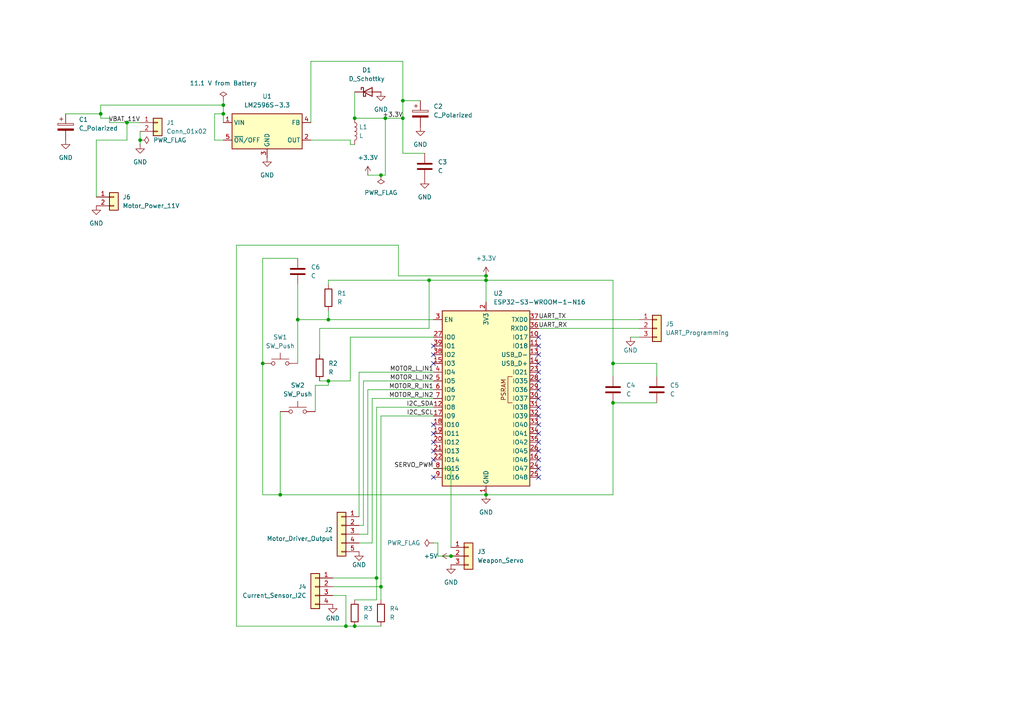
<source format=kicad_sch>
(kicad_sch (version 20250114) (generator "eeschema") (generator_version "9.0")
  (paper "A4")
  (lib_symbols
    (symbol "Connector_Generic:Conn_01x02" (pin_names (offset 1.016) (hide yes))
      (property "Reference" "J" (at 0 2.54 0))
      (property "Value" "Conn_01x02" (at 0 -5.08 0))
      (symbol "Conn_01x02_1_1"
        (rectangle (start -1.27 1.27) (end 1.27 -3.81) (stroke (width 0.254)) (fill (type background)))
        (rectangle (start -1.27 0.127) (end 0 -0.127) (stroke (width 0.1524)))
        (rectangle (start -1.27 -2.413) (end 0 -2.667) (stroke (width 0.1524)))
        (pin passive line (at -5.08 0 0) (length 3.81) (name "Pin_1") (number "1"))
        (pin passive line (at -5.08 -2.54 0) (length 3.81) (name "Pin_2") (number "2"))
      )
    )
    (symbol "Connector_Generic:Conn_01x03" (pin_names (offset 1.016) (hide yes))
      (property "Reference" "J" (at 0 5.08 0))
      (property "Value" "Conn_01x03" (at 0 -5.08 0))
      (symbol "Conn_01x03_1_1"
        (rectangle (start -1.27 3.81) (end 1.27 -3.81) (stroke (width 0.254)) (fill (type background)))
        (rectangle (start -1.27 2.667) (end 0 2.413) (stroke (width 0.1524)))
        (rectangle (start -1.27 0.127) (end 0 -0.127) (stroke (width 0.1524)))
        (rectangle (start -1.27 -2.413) (end 0 -2.667) (stroke (width 0.1524)))
        (pin passive line (at -5.08 2.54 0) (length 3.81) (name "Pin_1") (number "1"))
        (pin passive line (at -5.08 0 0) (length 3.81) (name "Pin_2") (number "2"))
        (pin passive line (at -5.08 -2.54 0) (length 3.81) (name "Pin_3") (number "3"))
      )
    )
    (symbol "Connector_Generic:Conn_01x04" (pin_names (offset 1.016) (hide yes))
      (property "Reference" "J" (at 0 5.08 0))
      (property "Value" "Conn_01x04" (at 0 -7.62 0))
      (symbol "Conn_01x04_1_1"
        (rectangle (start -1.27 3.81) (end 1.27 -6.35) (stroke (width 0.254)) (fill (type background)))
        (rectangle (start -1.27 2.667) (end 0 2.413) (stroke (width 0.1524)))
        (rectangle (start -1.27 0.127) (end 0 -0.127) (stroke (width 0.1524)))
        (rectangle (start -1.27 -2.413) (end 0 -2.667) (stroke (width 0.1524)))
        (rectangle (start -1.27 -4.953) (end 0 -5.207) (stroke (width 0.1524)))
        (pin passive line (at -5.08 2.54 0) (length 3.81) (name "Pin_1") (number "1"))
        (pin passive line (at -5.08 0 0) (length 3.81) (name "Pin_2") (number "2"))
        (pin passive line (at -5.08 -2.54 0) (length 3.81) (name "Pin_3") (number "3"))
        (pin passive line (at -5.08 -5.08 0) (length 3.81) (name "Pin_4") (number "4"))
      )
    )
    (symbol "Connector_Generic:Conn_01x05" (pin_names (offset 1.016) (hide yes))
      (property "Reference" "J" (at 0 7.62 0))
      (property "Value" "Conn_01x05" (at 0 -7.62 0))
      (symbol "Conn_01x05_1_1"
        (rectangle (start -1.27 6.35) (end 1.27 -6.35) (stroke (width 0.254)) (fill (type background)))
        (rectangle (start -1.27 5.207) (end 0 4.953) (stroke (width 0.1524)))
        (rectangle (start -1.27 2.667) (end 0 2.413) (stroke (width 0.1524)))
        (rectangle (start -1.27 0.127) (end 0 -0.127) (stroke (width 0.1524)))
        (rectangle (start -1.27 -2.413) (end 0 -2.667) (stroke (width 0.1524)))
        (rectangle (start -1.27 -4.953) (end 0 -5.207) (stroke (width 0.1524)))
        (pin passive line (at -5.08 5.08 0) (length 3.81) (name "Pin_1") (number "1"))
        (pin passive line (at -5.08 2.54 0) (length 3.81) (name "Pin_2") (number "2"))
        (pin passive line (at -5.08 0 0) (length 3.81) (name "Pin_3") (number "3"))
        (pin passive line (at -5.08 -2.54 0) (length 3.81) (name "Pin_4") (number "4"))
        (pin passive line (at -5.08 -5.08 0) (length 3.81) (name "Pin_5") (number "5"))
      )
    )
    (symbol "Device:C" (pin_numbers (hide yes)) (pin_names (offset 0.254))
      (property "Reference" "C" (at 0.635 2.54 0))
      (property "Value" "C" (at 0.635 -2.54 0))
      (symbol "C_0_1"
        (polyline (pts (xy -2.032 0.762) (xy 2.032 0.762)) (stroke (width 0.508)))
        (polyline (pts (xy -2.032 -0.762) (xy 2.032 -0.762)) (stroke (width 0.508)))
      )
      (symbol "C_1_1"
        (pin passive line (at 0 3.81 270) (length 2.794) (name "~") (number "1"))
        (pin passive line (at 0 -3.81 90) (length 2.794) (name "~") (number "2"))
      )
    )
    (symbol "Device:C_Polarized" (pin_numbers (hide yes)) (pin_names (offset 0.254))
      (property "Reference" "C" (at 0.635 2.54 0))
      (property "Value" "C_Polarized" (at 0.635 -2.54 0))
      (symbol "C_Polarized_0_1"
        (rectangle (start -2.286 0.508) (end 2.286 1.016))
        (polyline (pts (xy -1.778 2.286) (xy -0.762 2.286)))
        (polyline (pts (xy -1.27 2.794) (xy -1.27 1.778)))
        (rectangle (start 2.286 -0.508) (end -2.286 -1.016) (fill (type outline)))
      )
      (symbol "C_Polarized_1_1"
        (pin passive line (at 0 3.81 270) (length 2.794) (name "~") (number "1"))
        (pin passive line (at 0 -3.81 90) (length 2.794) (name "~") (number "2"))
      )
    )
    (symbol "Device:D_Schottky" (pin_numbers (hide yes)) (pin_names (offset 1.016) (hide yes))
      (property "Reference" "D" (at 0 2.54 0))
      (property "Value" "D_Schottky" (at 0 -2.54 0))
      (symbol "D_Schottky_0_1"
        (polyline (pts (xy -1.905 0.635) (xy -1.905 1.27) (xy -1.27 1.27) (xy -1.27 -1.27) (xy -0.635 -1.27) (xy -0.635 -0.635)) (stroke (width 0.254)))
        (polyline (pts (xy 1.27 1.27) (xy 1.27 -1.27) (xy -1.27 0) (xy 1.27 1.27)) (stroke (width 0.254)))
        (polyline (pts (xy 1.27 0) (xy -1.27 0)))
      )
      (symbol "D_Schottky_1_1"
        (pin passive line (at -3.81 0 0) (length 2.54) (name "K") (number "1"))
        (pin passive line (at 3.81 0 180) (length 2.54) (name "A") (number "2"))
      )
    )
    (symbol "Device:L" (pin_numbers (hide yes)) (pin_names (offset 1.016) (hide yes))
      (property "Reference" "L" (at -1.27 0 90))
      (property "Value" "L" (at 1.905 0 90))
      (symbol "L_0_1"
        (arc (start 0 2.54) (mid 0.6323 1.905) (end 0 1.27))
        (arc (start 0 1.27) (mid 0.6323 0.635) (end 0 0))
        (arc (start 0 0) (mid 0.6323 -0.635) (end 0 -1.27))
        (arc (start 0 -1.27) (mid 0.6323 -1.905) (end 0 -2.54))
      )
      (symbol "L_1_1"
        (pin passive line (at 0 3.81 270) (length 1.27) (name "1") (number "1"))
        (pin passive line (at 0 -3.81 90) (length 1.27) (name "2") (number "2"))
      )
    )
    (symbol "Device:R" (pin_numbers (hide yes)) (pin_names (offset 0))
      (property "Reference" "R" (at 2.032 0 90))
      (property "Value" "R" (at 0 0 90))
      (symbol "R_0_1"
        (rectangle (start -1.016 -2.54) (end 1.016 2.54) (stroke (width 0.254)))
      )
      (symbol "R_1_1"
        (pin passive line (at 0 3.81 270) (length 1.27) (name "~") (number "1"))
        (pin passive line (at 0 -3.81 90) (length 1.27) (name "~") (number "2"))
      )
    )
    (symbol "RF_Module:ESP32-S3-WROOM-1"
      (property "Reference" "U" (at -12.7 26.67 0))
      (property "Value" "ESP32-S3-WROOM-1" (at 12.7 26.67 0))
      (symbol "ESP32-S3-WROOM-1_0_0"
        (rectangle (start -12.7 25.4) (end 12.7 -25.4) (stroke (width 0.254)) (fill (type background)))
        (text "PSRAM" (at 5.08 2.54 900) (effects (font (size 1.27 1.27))))
      )
      (symbol "ESP32-S3-WROOM-1_0_1"
        (polyline (pts (xy 7.62 -1.27) (xy 6.35 -1.27) (xy 6.35 6.35) (xy 7.62 6.35)))
      )
      (symbol "ESP32-S3-WROOM-1_1_1"
        (pin input line (at -15.24 22.86 0) (length 2.54) (name "EN") (number "3"))
        (pin bidirectional line (at -15.24 17.78 0) (length 2.54) (name "IO0") (number "27"))
        (pin bidirectional line (at -15.24 15.24 0) (length 2.54) (name "IO1") (number "39"))
        (pin bidirectional line (at -15.24 12.7 0) (length 2.54) (name "IO2") (number "38"))
        (pin bidirectional line (at -15.24 10.16 0) (length 2.54) (name "IO3") (number "15"))
        (pin bidirectional line (at -15.24 7.62 0) (length 2.54) (name "IO4") (number "4"))
        (pin bidirectional line (at -15.24 5.08 0) (length 2.54) (name "IO5") (number "5"))
        (pin bidirectional line (at -15.24 2.54 0) (length 2.54) (name "IO6") (number "6"))
        (pin bidirectional line (at -15.24 0 0) (length 2.54) (name "IO7") (number "7"))
        (pin bidirectional line (at -15.24 -2.54 0) (length 2.54) (name "IO8") (number "12"))
        (pin bidirectional line (at -15.24 -5.08 0) (length 2.54) (name "IO9") (number "17"))
        (pin bidirectional line (at -15.24 -7.62 0) (length 2.54) (name "IO10") (number "18"))
        (pin bidirectional line (at -15.24 -10.16 0) (length 2.54) (name "IO11") (number "19"))
        (pin bidirectional line (at -15.24 -12.7 0) (length 2.54) (name "IO12") (number "20"))
        (pin bidirectional line (at -15.24 -15.24 0) (length 2.54) (name "IO13") (number "21"))
        (pin bidirectional line (at -15.24 -17.78 0) (length 2.54) (name "IO14") (number "22"))
        (pin bidirectional line (at -15.24 -20.32 0) (length 2.54) (name "IO15") (number "8"))
        (pin bidirectional line (at -15.24 -22.86 0) (length 2.54) (name "IO16") (number "9"))
        (pin power_in line (at 0 27.94 270) (length 2.54) (name "3V3") (number "2"))
        (pin power_in line (at 0 -27.94 90) (length 2.54) (name "GND") (number "1"))
        (pin passive line (at 0 -27.94 90) (length 2.54) (hide yes) (name "GND") (number "40"))
        (pin passive line (at 0 -27.94 90) (length 2.54) (hide yes) (name "GND") (number "41"))
        (pin bidirectional line (at 15.24 22.86 180) (length 2.54) (name "TXD0") (number "37"))
        (pin bidirectional line (at 15.24 20.32 180) (length 2.54) (name "RXD0") (number "36"))
        (pin bidirectional line (at 15.24 17.78 180) (length 2.54) (name "IO17") (number "10"))
        (pin bidirectional line (at 15.24 15.24 180) (length 2.54) (name "IO18") (number "11"))
        (pin bidirectional line (at 15.24 12.7 180) (length 2.54) (name "USB_D-") (number "13"))
        (pin bidirectional line (at 15.24 10.16 180) (length 2.54) (name "USB_D+") (number "14"))
        (pin bidirectional line (at 15.24 7.62 180) (length 2.54) (name "IO21") (number "23"))
        (pin bidirectional line (at 15.24 5.08 180) (length 2.54) (name "IO35") (number "28"))
        (pin bidirectional line (at 15.24 2.54 180) (length 2.54) (name "IO36") (number "29"))
        (pin bidirectional line (at 15.24 0 180) (length 2.54) (name "IO37") (number "30"))
        (pin bidirectional line (at 15.24 -2.54 180) (length 2.54) (name "IO38") (number "31"))
        (pin bidirectional line (at 15.24 -5.08 180) (length 2.54) (name "IO39") (number "32"))
        (pin bidirectional line (at 15.24 -7.62 180) (length 2.54) (name "IO40") (number "33"))
        (pin bidirectional line (at 15.24 -10.16 180) (length 2.54) (name "IO41") (number "34"))
        (pin bidirectional line (at 15.24 -12.7 180) (length 2.54) (name "IO42") (number "35"))
        (pin bidirectional line (at 15.24 -15.24 180) (length 2.54) (name "IO45") (number "26"))
        (pin bidirectional line (at 15.24 -17.78 180) (length 2.54) (name "IO46") (number "16"))
        (pin bidirectional line (at 15.24 -20.32 180) (length 2.54) (name "IO47") (number "24"))
        (pin bidirectional line (at 15.24 -22.86 180) (length 2.54) (name "IO48") (number "25"))
      )
    )
    (symbol "Regulator_Switching:LM2596S-3.3"
      (property "Reference" "U" (at -10.16 6.35 0))
      (property "Value" "LM2596S-3.3" (at 0 6.35 0))
      (symbol "LM2596S-3.3_0_1"
        (rectangle (start -10.16 5.08) (end 10.16 -5.08) (stroke (width 0.254)) (fill (type background)))
      )
      (symbol "LM2596S-3.3_1_1"
        (pin power_in line (at -12.7 2.54 0) (length 2.54) (name "VIN") (number "1"))
        (pin input line (at -12.7 -2.54 0) (length 2.54) (name "~{ON}/OFF") (number "5"))
        (pin power_in line (at 0 -7.62 90) (length 2.54) (name "GND") (number "3"))
        (pin input line (at 12.7 2.54 180) (length 2.54) (name "FB") (number "4"))
        (pin output line (at 12.7 -2.54 180) (length 2.54) (name "OUT") (number "2"))
      )
    )
    (symbol "Switch:SW_Push" (pin_numbers (hide yes)) (pin_names (offset 1.016) (hide yes))
      (property "Reference" "SW" (at 1.27 2.54 0))
      (property "Value" "SW_Push" (at 0 -1.524 0))
      (symbol "SW_Push_0_1"
        (circle (center -2.032 0) (radius 0.508))
        (polyline (pts (xy 0 1.27) (xy 0 3.048)))
        (circle (center 2.032 0) (radius 0.508))
        (polyline (pts (xy 2.54 1.27) (xy -2.54 1.27)))
        (pin passive line (at -5.08 0 0) (length 2.54) (name "1") (number "1"))
        (pin passive line (at 5.08 0 180) (length 2.54) (name "2") (number "2"))
      )
    )
    (symbol "power:+3.3V" (power) (pin_numbers (hide yes)) (pin_names (offset 0) (hide yes))
      (property "Value" "+3.3V" (at 0 3.556 0))
      (symbol "+3.3V_0_1"
        (polyline (pts (xy -0.762 1.27) (xy 0 2.54)))
        (polyline (pts (xy 0 2.54) (xy 0.762 1.27)))
        (polyline (pts (xy 0 0) (xy 0 2.54)))
      )
      (symbol "+3.3V_1_1"
        (pin power_in line (at 0 0 90) (length 0) (name "~") (number "1"))
      )
    )
    (symbol "power:+5V" (power) (pin_numbers (hide yes)) (pin_names (offset 0) (hide yes))
      (property "Value" "+5V" (at 0 3.556 0))
      (symbol "+5V_0_1"
        (polyline (pts (xy -0.762 1.27) (xy 0 2.54)))
        (polyline (pts (xy 0 2.54) (xy 0.762 1.27)))
        (polyline (pts (xy 0 0) (xy 0 2.54)))
      )
      (symbol "+5V_1_1"
        (pin power_in line (at 0 0 90) (length 0) (name "~") (number "1"))
      )
    )
    (symbol "power:GND" (power) (pin_numbers (hide yes)) (pin_names (offset 0) (hide yes))
      (property "Value" "GND" (at 0 -3.81 0))
      (symbol "GND_0_1"
        (polyline (pts (xy 0 0) (xy 0 -1.27) (xy 1.27 -1.27) (xy 0 -2.54) (xy -1.27 -1.27) (xy 0 -1.27)))
      )
      (symbol "GND_1_1"
        (pin power_in line (at 0 0 270) (length 0) (name "~") (number "1"))
      )
    )
    (symbol "power:PWR_FLAG" (power) (pin_numbers (hide yes)) (pin_names (offset 0) (hide yes))
      (property "Value" "PWR_FLAG" (at 0 3.81 0))
      (symbol "PWR_FLAG_0_0"
        (pin power_out line (at 0 0 90) (length 0) (name "~") (number "1"))
      )
      (symbol "PWR_FLAG_0_1"
        (polyline (pts (xy 0 0) (xy 0 1.27) (xy -1.016 1.905) (xy 0 2.54) (xy 1.016 1.905) (xy 0 1.27)))
      )
    )
  )
  (junction (at 177.8 116.84))
  (junction (at 177.8 105.41))
  (junction (at 116.84 29.21))
  (junction (at 140.97 80.01))
  (junction (at 64.77 33.02))
  (junction (at 81.28 143.51))
  (junction (at 86.36 92.71))
  (junction (at 130.81 161.29))
  (junction (at 76.2 105.41))
  (junction (at 102.87 181.61))
  (junction (at 110.49 50.8))
  (junction (at 102.87 34.29))
  (junction (at 111.76 34.29))
  (junction (at 109.22 167.64))
  (junction (at 40.64 40.64))
  (junction (at 140.97 143.51))
  (junction (at 64.77 30.48))
  (junction (at 36.83 35.56))
  (junction (at 29.21 33.02))
  (junction (at 124.46 81.28))
  (junction (at 100.33 181.61))
  (junction (at 110.49 170.18))
  (junction (at 140.97 81.28))
  (junction (at 95.25 92.71))
  (junction (at 116.84 34.29))
  (junction (at 95.25 110.49))
  (no_connect (at 156.21 105.41))
  (no_connect (at 156.21 120.65))
  (no_connect (at 156.21 110.49))
  (no_connect (at 125.73 125.73))
  (no_connect (at 156.21 102.87))
  (no_connect (at 125.73 128.27))
  (no_connect (at 125.73 138.43))
  (no_connect (at 125.73 102.87))
  (no_connect (at 125.73 100.33))
  (no_connect (at 156.21 97.79))
  (no_connect (at 156.21 107.95))
  (no_connect (at 156.21 130.81))
  (no_connect (at 156.21 100.33))
  (no_connect (at 156.21 133.35))
  (no_connect (at 125.73 105.41))
  (no_connect (at 156.21 128.27))
  (no_connect (at 156.21 135.89))
  (no_connect (at 156.21 125.73))
  (no_connect (at 125.73 130.81))
  (no_connect (at 156.21 138.43))
  (no_connect (at 125.73 123.19))
  (no_connect (at 156.21 113.03))
  (no_connect (at 156.21 123.19))
  (no_connect (at 125.73 133.35))
  (no_connect (at 156.21 115.57))
  (no_connect (at 156.21 118.11))
  (wire (pts (xy 106.68 113.03) (xy 125.73 113.03)))
  (wire (pts (xy 125.73 92.71) (xy 95.25 92.71)))
  (wire (pts (xy 29.21 33.02) (xy 29.21 30.48)))
  (wire (pts (xy 125.73 118.11) (xy 109.22 118.11)))
  (wire (pts (xy 64.77 33.02) (xy 64.77 35.56)))
  (wire (pts (xy 19.05 33.02) (xy 29.21 33.02)))
  (wire (pts (xy 95.25 92.71) (xy 86.36 92.71)))
  (wire (pts (xy 76.2 143.51) (xy 81.28 143.51)))
  (wire (pts (xy 76.2 74.93) (xy 76.2 105.41)))
  (wire (pts (xy 29.21 30.48) (xy 64.77 30.48)))
  (wire (pts (xy 92.71 110.49) (xy 95.25 110.49)))
  (wire (pts (xy 62.23 40.64) (xy 64.77 40.64)))
  (wire (pts (xy 105.41 152.4) (xy 105.41 110.49)))
  (wire (pts (xy 105.41 110.49) (xy 125.73 110.49)))
  (wire (pts (xy 96.52 170.18) (xy 110.49 170.18)))
  (wire (pts (xy 115.57 80.01) (xy 115.57 71.12)))
  (wire (pts (xy 177.8 105.41) (xy 190.5 105.41)))
  (wire (pts (xy 156.21 95.25) (xy 185.42 95.25)))
  (wire (pts (xy 68.58 71.12) (xy 68.58 181.61)))
  (wire (pts (xy 101.6 97.79) (xy 125.73 97.79)))
  (wire (pts (xy 91.44 111.76) (xy 95.25 111.76)))
  (wire (pts (xy 101.6 40.64) (xy 101.6 41.91)))
  (wire (pts (xy 106.68 154.94) (xy 106.68 113.03)))
  (wire (pts (xy 124.46 81.28) (xy 124.46 95.25)))
  (wire (pts (xy 95.25 111.76) (xy 95.25 110.49)))
  (wire (pts (xy 177.8 105.41) (xy 177.8 109.22)))
  (wire (pts (xy 76.2 105.41) (xy 76.2 143.51)))
  (wire (pts (xy 127 161.29) (xy 130.81 161.29)))
  (wire (pts (xy 102.87 26.67) (xy 102.87 34.29)))
  (wire (pts (xy 104.14 149.86) (xy 104.14 107.95)))
  (wire (pts (xy 140.97 81.28) (xy 140.97 87.63)))
  (wire (pts (xy 27.94 40.64) (xy 36.83 40.64)))
  (wire (pts (xy 116.84 29.21) (xy 116.84 34.29)))
  (wire (pts (xy 125.73 120.65) (xy 110.49 120.65)))
  (wire (pts (xy 100.33 172.72) (xy 100.33 181.61)))
  (wire (pts (xy 110.49 50.8) (xy 111.76 50.8)))
  (wire (pts (xy 106.68 50.8) (xy 110.49 50.8)))
  (wire (pts (xy 104.14 154.94) (xy 106.68 154.94)))
  (wire (pts (xy 86.36 92.71) (xy 86.36 105.41)))
  (wire (pts (xy 104.14 157.48) (xy 107.95 157.48)))
  (wire (pts (xy 107.95 157.48) (xy 107.95 115.57)))
  (wire (pts (xy 177.8 143.51) (xy 140.97 143.51)))
  (wire (pts (xy 86.36 74.93) (xy 76.2 74.93)))
  (wire (pts (xy 92.71 95.25) (xy 124.46 95.25)))
  (wire (pts (xy 40.64 41.91) (xy 40.64 40.64)))
  (wire (pts (xy 96.52 172.72) (xy 100.33 172.72)))
  (wire (pts (xy 190.5 105.41) (xy 190.5 109.22)))
  (wire (pts (xy 100.33 181.61) (xy 102.87 181.61)))
  (wire (pts (xy 62.23 33.02) (xy 62.23 40.64)))
  (wire (pts (xy 95.25 82.55) (xy 95.25 81.28)))
  (wire (pts (xy 95.25 81.28) (xy 124.46 81.28)))
  (wire (pts (xy 177.8 81.28) (xy 177.8 105.41)))
  (wire (pts (xy 29.21 34.29) (xy 31.75 34.29)))
  (wire (pts (xy 127 157.48) (xy 127 161.29)))
  (wire (pts (xy 64.77 30.48) (xy 64.77 33.02)))
  (wire (pts (xy 115.57 71.12) (xy 68.58 71.12)))
  (wire (pts (xy 81.28 119.38) (xy 81.28 143.51)))
  (wire (pts (xy 101.6 110.49) (xy 101.6 97.79)))
  (wire (pts (xy 182.88 97.79) (xy 185.42 97.79)))
  (wire (pts (xy 90.17 35.56) (xy 90.17 17.78)))
  (wire (pts (xy 90.17 17.78) (xy 116.84 17.78)))
  (wire (pts (xy 140.97 81.28) (xy 140.97 80.01)))
  (wire (pts (xy 101.6 41.91) (xy 102.87 41.91)))
  (wire (pts (xy 111.76 34.29) (xy 116.84 34.29)))
  (wire (pts (xy 111.76 50.8) (xy 111.76 34.29)))
  (wire (pts (xy 27.94 57.15) (xy 27.94 40.64)))
  (wire (pts (xy 140.97 81.28) (xy 177.8 81.28)))
  (wire (pts (xy 109.22 173.99) (xy 102.87 173.99)))
  (wire (pts (xy 95.25 110.49) (xy 101.6 110.49)))
  (wire (pts (xy 156.21 92.71) (xy 185.42 92.71)))
  (wire (pts (xy 116.84 44.45) (xy 123.19 44.45)))
  (wire (pts (xy 86.36 82.55) (xy 86.36 92.71)))
  (wire (pts (xy 177.8 116.84) (xy 190.5 116.84)))
  (wire (pts (xy 110.49 120.65) (xy 110.49 170.18)))
  (wire (pts (xy 102.87 181.61) (xy 110.49 181.61)))
  (wire (pts (xy 107.95 115.57) (xy 125.73 115.57)))
  (wire (pts (xy 109.22 118.11) (xy 109.22 167.64)))
  (wire (pts (xy 116.84 34.29) (xy 116.84 44.45)))
  (wire (pts (xy 102.87 34.29) (xy 111.76 34.29)))
  (wire (pts (xy 110.49 170.18) (xy 110.49 173.99)))
  (wire (pts (xy 29.21 34.29) (xy 29.21 33.02)))
  (wire (pts (xy 104.14 107.95) (xy 125.73 107.95)))
  (wire (pts (xy 125.73 157.48) (xy 127 157.48)))
  (wire (pts (xy 81.28 143.51) (xy 140.97 143.51)))
  (wire (pts (xy 40.64 40.64) (xy 40.64 38.1)))
  (wire (pts (xy 140.97 80.01) (xy 115.57 80.01)))
  (wire (pts (xy 36.83 40.64) (xy 36.83 35.56)))
  (wire (pts (xy 177.8 116.84) (xy 177.8 143.51)))
  (wire (pts (xy 104.14 152.4) (xy 105.41 152.4)))
  (wire (pts (xy 116.84 29.21) (xy 121.92 29.21)))
  (wire (pts (xy 92.71 102.87) (xy 92.71 95.25)))
  (wire (pts (xy 124.46 81.28) (xy 140.97 81.28)))
  (wire (pts (xy 130.81 135.89) (xy 125.73 135.89)))
  (wire (pts (xy 91.44 119.38) (xy 91.44 111.76)))
  (wire (pts (xy 96.52 167.64) (xy 109.22 167.64)))
  (wire (pts (xy 95.25 90.17) (xy 95.25 92.71)))
  (wire (pts (xy 64.77 33.02) (xy 62.23 33.02)))
  (wire (pts (xy 31.75 35.56) (xy 36.83 35.56)))
  (wire (pts (xy 68.58 181.61) (xy 100.33 181.61)))
  (wire (pts (xy 36.83 35.56) (xy 40.64 35.56)))
  (wire (pts (xy 31.75 34.29) (xy 31.75 35.56)))
  (wire (pts (xy 130.81 135.89) (xy 130.81 158.75)))
  (wire (pts (xy 64.77 29.21) (xy 64.77 30.48)))
  (wire (pts (xy 116.84 17.78) (xy 116.84 29.21)))
  (wire (pts (xy 109.22 167.64) (xy 109.22 173.99)))
  (wire (pts (xy 90.17 40.64) (xy 101.6 40.64)))
  (label "UART_TX" (at 156.21 92.71 0))
  (label "MOTOR_R_IN2" (at 125.73 115.57 180))
  (label "SERVO_PWM" (at 125.73 135.89 180))
  (label "VBAT_11V" (at 40.64 35.56 180))
  (label "MOTOR_L_IN1" (at 125.73 107.95 180))
  (label "MOTOR_R_IN1" (at 125.73 113.03 180))
  (label "MOTOR_L_IN2" (at 125.73 110.49 180))
  (label "UART_RX" (at 156.21 95.25 0))
  (label "I2C_SDA" (at 125.73 118.11 180))
  (label "+3.3V" (at 116.84 34.29 180))
  (label "I2C_SCL" (at 125.73 120.65 180))
  (symbol (lib_id "Device:C") (at 190.5 113.03 0) (unit 1)
    (property "Reference" "C5" (at 194.31 111.7599 0) (effects (justify left)))
    (property "Value" "C" (at 194.31 114.2999 0) (effects (justify left)))
    (property "Description" "Unpolarized capacitor" (effects (hide yes)))
  )
  (symbol (lib_id "power:GND") (at 104.14 160.02 0) (mirror y) (unit 1)
    (property "Reference" "#PWR09" (effects (hide yes)))
    (property "Value" "GND" (at 104.14 163.83 0))
    (property "Description" "Power symbol creates a global label with name \"GND\" , ground" (effects (hide yes)))
  )
  (symbol (lib_id "Device:R") (at 95.25 86.36 0) (unit 1)
    (property "Reference" "R1" (at 97.79 85.0899 0) (effects (justify left)))
    (property "Value" "R" (at 97.79 87.6299 0) (effects (justify left)))
    (property "Description" "Resistor" (effects (hide yes)))
  )
  (symbol (lib_id "power:GND") (at 121.92 36.83 0) (unit 1)
    (property "Reference" "#PWR04" (effects (hide yes)))
    (property "Value" "GND" (at 121.92 41.91 0))
    (property "Description" "Power symbol creates a global label with name \"GND\" , ground" (effects (hide yes)))
  )
  (symbol (lib_id "Switch:SW_Push") (at 81.28 105.41 0) (unit 1)
    (property "Reference" "SW1" (at 81.28 97.79 0))
    (property "Value" "SW_Push" (at 81.28 100.33 0))
    (property "Description" "Push button switch, generic, two pins" (effects (hide yes)))
  )
  (symbol (lib_id "power:GND") (at 182.88 97.79 0) (unit 1)
    (property "Reference" "#PWR013" (effects (hide yes)))
    (property "Value" "GND" (at 182.88 101.6 0))
    (property "Description" "Power symbol creates a global label with name \"GND\" , ground" (effects (hide yes)))
  )
  (symbol (lib_id "power:GND") (at 19.05 40.64 0) (unit 1)
    (property "Reference" "#PWR03" (effects (hide yes)))
    (property "Value" "GND" (at 19.05 45.72 0))
    (property "Description" "Power symbol creates a global label with name \"GND\" , ground" (effects (hide yes)))
  )
  (symbol (lib_id "RF_Module:ESP32-S3-WROOM-1") (at 140.97 115.57 0) (unit 1)
    (property "Reference" "U2" (at 143.1133 85.09 0) (effects (justify left)))
    (property "Value" "ESP32-S3-WROOM-1-N16" (at 143.1133 87.63 0) (effects (justify left)))
    (property "Footprint" "RF_Module:ESP32-S3-WROOM-1" (effects (hide yes)))
    (property "Datasheet" "https://www.espressif.com/sites/default/files/documentation/esp32-s3-wroom-1_wroom-1u_datasheet_en.pdf" (effects (hide yes)))
    (property "Description" "RF Module, ESP32-S3 SoC, Wi-Fi 802.11b/g/n, Bluetooth, BLE, 32-bit, 3.3V, onboard antenna, SMD" (effects (hide yes)))
  )
  (symbol (lib_id "power:PWR_FLAG") (at 110.49 50.8 0) (mirror x) (unit 1)
    (property "Reference" "#FLG02" (effects (hide yes)))
    (property "Value" "PWR_FLAG" (at 110.49 55.88 0))
    (property "Description" "Special symbol for telling ERC where power comes from" (effects (hide yes)))
  )
  (symbol (lib_id "Connector_Generic:Conn_01x03") (at 190.5 95.25 0) (unit 1)
    (property "Reference" "J5" (at 193.04 93.9799 0) (effects (justify left)))
    (property "Value" "UART_Programming" (at 193.04 96.5199 0) (effects (justify left)))
    (property "Description" "Generic connector, single row, 01x03, script generated (kicad-library-utils/schlib/autogen/connector/)" (effects (hide yes)))
  )
  (symbol (lib_id "power:GND") (at 27.94 59.69 0) (unit 1)
    (property "Reference" "#PWR014" (effects (hide yes)))
    (property "Value" "GND" (at 27.94 64.77 0))
    (property "Description" "Power symbol creates a global label with name \"GND\" , ground" (effects (hide yes)))
  )
  (symbol (lib_id "Device:R") (at 102.87 177.8 0) (unit 1)
    (property "Reference" "R3" (at 105.41 176.5299 0) (effects (justify left)))
    (property "Value" "R" (at 105.41 179.0699 0) (effects (justify left)))
    (property "Description" "Resistor" (effects (hide yes)))
  )
  (symbol (lib_id "Connector_Generic:Conn_01x02") (at 45.72 35.56 0) (unit 1)
    (property "Reference" "J1" (at 48.26 35.5599 0) (effects (justify left)))
    (property "Value" "Conn_01x02" (at 48.26 38.0999 0) (effects (justify left)))
    (property "Description" "Generic connector, single row, 01x02, script generated (kicad-library-utils/schlib/autogen/connector/)" (effects (hide yes)))
  )
  (symbol (lib_id "Connector_Generic:Conn_01x05") (at 99.06 154.94 0) (mirror y) (unit 1)
    (property "Reference" "J2" (at 96.52 153.6699 0) (effects (justify left)))
    (property "Value" "Motor_Driver_Output" (at 96.52 156.2099 0) (effects (justify left)))
    (property "Description" "Generic connector, single row, 01x05, script generated (kicad-library-utils/schlib/autogen/connector/)" (effects (hide yes)))
  )
  (symbol (lib_id "power:GND") (at 40.64 41.91 0) (unit 1)
    (property "Reference" "#PWR01" (effects (hide yes)))
    (property "Value" "GND" (at 40.64 46.99 0))
    (property "Description" "Power symbol creates a global label with name \"GND\" , ground" (effects (hide yes)))
  )
  (symbol (lib_id "Device:L") (at 102.87 38.1 0) (unit 1)
    (property "Reference" "L1" (at 104.14 36.8299 0) (effects (justify left)))
    (property "Value" "L" (at 104.14 39.3699 0) (effects (justify left)))
    (property "Description" "Inductor" (effects (hide yes)))
  )
  (symbol (lib_id "Device:C") (at 86.36 78.74 0) (unit 1)
    (property "Reference" "C6" (at 90.17 77.4699 0) (effects (justify left)))
    (property "Value" "C" (at 90.17 80.0099 0) (effects (justify left)))
    (property "Description" "Unpolarized capacitor" (effects (hide yes)))
  )
  (symbol (lib_id "power:GND") (at 123.19 52.07 0) (unit 1)
    (property "Reference" "#PWR05" (effects (hide yes)))
    (property "Value" "GND" (at 123.19 57.15 0))
    (property "Description" "Power symbol creates a global label with name \"GND\" , ground" (effects (hide yes)))
  )
  (symbol (lib_id "power:GND") (at 140.97 143.51 0) (unit 1)
    (property "Reference" "#PWR015" (effects (hide yes)))
    (property "Value" "GND" (at 140.97 148.59 0))
    (property "Description" "Power symbol creates a global label with name \"GND\" , ground" (effects (hide yes)))
  )
  (symbol (lib_id "power:GND") (at 96.52 175.26 0) (unit 1)
    (property "Reference" "#PWR012" (effects (hide yes)))
    (property "Value" "GND" (at 96.52 179.324 0))
    (property "Description" "Power symbol creates a global label with name \"GND\" , ground" (effects (hide yes)))
  )
  (symbol (lib_id "power:GND") (at 77.47 45.72 0) (unit 1)
    (property "Reference" "#PWR06" (effects (hide yes)))
    (property "Value" "GND" (at 77.47 50.8 0))
    (property "Description" "Power symbol creates a global label with name \"GND\" , ground" (effects (hide yes)))
  )
  (symbol (lib_id "Device:C_Polarized") (at 19.05 36.83 0) (unit 1)
    (property "Reference" "C1" (at 22.86 34.6709 0) (effects (justify left)))
    (property "Value" "C_Polarized" (at 22.86 37.2109 0) (effects (justify left)))
    (property "Description" "Polarized capacitor" (effects (hide yes)))
  )
  (symbol (lib_id "power:GND") (at 110.49 26.67 0) (unit 1)
    (property "Reference" "#PWR02" (effects (hide yes)))
    (property "Value" "GND" (at 110.49 31.75 0))
    (property "Description" "Power symbol creates a global label with name \"GND\" , ground" (effects (hide yes)))
  )
  (symbol (lib_id "Device:D_Schottky") (at 106.68 26.67 0) (unit 1)
    (property "Reference" "D1" (at 106.3625 20.32 0))
    (property "Value" "D_Schottky" (at 106.3625 22.86 0))
    (property "Description" "Schottky diode" (effects (hide yes)))
  )
  (symbol (lib_id "Device:C_Polarized") (at 121.92 33.02 0) (unit 1)
    (property "Reference" "C2" (at 125.73 30.8609 0) (effects (justify left)))
    (property "Value" "C_Polarized" (at 125.73 33.4009 0) (effects (justify left)))
    (property "Description" "Polarized capacitor" (effects (hide yes)))
  )
  (symbol (lib_id "Connector_Generic:Conn_01x04") (at 91.44 170.18 0) (mirror y) (unit 1)
    (property "Reference" "J4" (at 88.9 170.1799 0) (effects (justify left)))
    (property "Value" "Current_Sensor_I2C" (at 88.9 172.7199 0) (effects (justify left)))
    (property "Description" "Generic connector, single row, 01x04, script generated (kicad-library-utils/schlib/autogen/connector/)" (effects (hide yes)))
  )
  (symbol (lib_id "Device:R") (at 110.49 177.8 0) (unit 1)
    (property "Reference" "R4" (at 113.03 176.5299 0) (effects (justify left)))
    (property "Value" "R" (at 113.03 179.0699 0) (effects (justify left)))
    (property "Description" "Resistor" (effects (hide yes)))
  )
  (symbol (lib_id "Connector_Generic:Conn_01x03") (at 135.89 161.29 0) (unit 1)
    (property "Reference" "J3" (at 138.43 160.0199 0) (effects (justify left)))
    (property "Value" "Weapon_Servo" (at 138.43 162.5599 0) (effects (justify left)))
    (property "Description" "Generic connector, single row, 01x03, script generated (kicad-library-utils/schlib/autogen/connector/)" (effects (hide yes)))
  )
  (symbol (lib_id "Device:R") (at 92.71 106.68 0) (unit 1)
    (property "Reference" "R2" (at 95.25 105.4099 0) (effects (justify left)))
    (property "Value" "R" (at 95.25 107.9499 0) (effects (justify left)))
    (property "Description" "Resistor" (effects (hide yes)))
  )
  (symbol (lib_id "Switch:SW_Push") (at 86.36 119.38 0) (unit 1)
    (property "Reference" "SW2" (at 86.36 111.76 0))
    (property "Value" "SW_Push" (at 86.36 114.3 0))
    (property "Description" "Push button switch, generic, two pins" (effects (hide yes)))
  )
  (symbol (lib_id "power:PWR_FLAG") (at 125.73 157.48 90) (unit 1)
    (property "Reference" "#FLG01" (effects (hide yes)))
    (property "Value" "PWR_FLAG" (at 121.92 157.4799 90) (effects (justify left)))
    (property "Description" "Special symbol for telling ERC where power comes from" (effects (hide yes)))
  )
  (symbol (lib_id "power:GND") (at 130.81 163.83 0) (unit 1)
    (property "Reference" "#PWR011" (effects (hide yes)))
    (property "Value" "GND" (at 130.81 168.91 0))
    (property "Description" "Power symbol creates a global label with name \"GND\" , ground" (effects (hide yes)))
  )
  (symbol (lib_id "Connector_Generic:Conn_01x02") (at 33.02 57.15 0) (unit 1)
    (property "Reference" "J6" (at 35.56 57.1499 0) (effects (justify left)))
    (property "Value" "Motor_Power_11V" (at 35.56 59.6899 0) (effects (justify left)))
    (property "Description" "Generic connector, single row, 01x02, script generated (kicad-library-utils/schlib/autogen/connector/)" (effects (hide yes)))
  )
  (symbol (lib_id "Regulator_Switching:LM2596S-3.3") (at 77.47 38.1 0) (unit 1)
    (property "Reference" "U1" (at 77.47 27.94 0))
    (property "Value" "LM2596S-3.3" (at 77.47 30.48 0))
    (property "Footprint" "Package_TO_SOT_SMD:TO-263-5_TabPin3" (effects (hide yes)))
    (property "Datasheet" "http://www.ti.com/lit/ds/symlink/lm2596.pdf" (effects (hide yes)))
    (property "Description" "3.3V 3A Step-Down Voltage Regulator, TO-263" (effects (hide yes)))
  )
  (symbol (lib_id "Device:C") (at 177.8 113.03 0) (unit 1)
    (property "Reference" "C4" (at 181.61 111.7599 0) (effects (justify left)))
    (property "Value" "C" (at 181.61 114.2999 0) (effects (justify left)))
    (property "Description" "Unpolarized capacitor" (effects (hide yes)))
  )
  (symbol (lib_id "power:+3.3V") (at 140.97 80.01 0) (unit 1)
    (property "Reference" "#PWR08" (effects (hide yes)))
    (property "Value" "+3.3V" (at 140.97 74.93 0))
    (property "Description" "Power symbol creates a global label with name \"+3.3V\"" (effects (hide yes)))
  )
  (symbol (lib_id "power:+3.3V") (at 106.68 50.8 0) (unit 1)
    (property "Reference" "#PWR07" (effects (hide yes)))
    (property "Value" "+3.3V" (at 106.68 45.72 0))
    (property "Description" "Power symbol creates a global label with name \"+3.3V\"" (effects (hide yes)))
  )
  (symbol (lib_id "power:+5V") (at 130.81 161.29 90) (unit 1)
    (property "Reference" "#PWR010" (effects (hide yes)))
    (property "Value" "+5V" (at 127 161.2899 90) (effects (justify left)))
    (property "Description" "Power symbol creates a global label with name \"+5V\"" (effects (hide yes)))
  )
  (symbol (lib_id "power:PWR_FLAG") (at 40.64 40.64 270) (unit 1)
    (property "Reference" "#FLG04" (effects (hide yes)))
    (property "Value" "PWR_FLAG" (at 44.45 40.6399 90) (effects (justify left)))
    (property "Description" "Special symbol for telling ERC where power comes from" (effects (hide yes)))
  )
  (symbol (lib_id "Device:C") (at 123.19 48.26 0) (unit 1)
    (property "Reference" "C3" (at 127 46.9899 0) (effects (justify left)))
    (property "Value" "C" (at 127 49.5299 0) (effects (justify left)))
    (property "Description" "Unpolarized capacitor" (effects (hide yes)))
  )
  (symbol (lib_id "power:PWR_FLAG") (at 64.77 29.21 0) (unit 1)
    (property "Reference" "#FLG03" (effects (hide yes)))
    (property "Value" "11.1 V from Battery" (at 64.77 24.13 0))
    (property "Description" "Special symbol for telling ERC where power comes from" (effects (hide yes)))
  )
)
</source>
